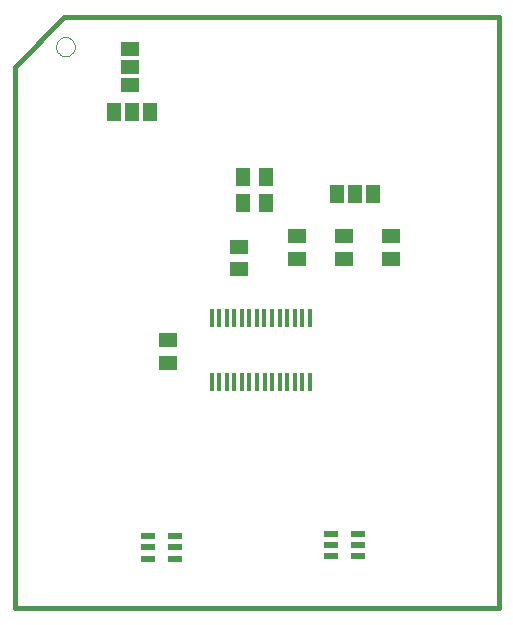
<source format=gbp>
G75*
%MOIN*%
%OFA0B0*%
%FSLAX24Y24*%
%IPPOS*%
%LPD*%
%AMOC8*
5,1,8,0,0,1.08239X$1,22.5*
%
%ADD10C,0.0160*%
%ADD11C,0.0000*%
%ADD12R,0.0138X0.0591*%
%ADD13R,0.0591X0.0512*%
%ADD14R,0.0512X0.0591*%
%ADD15R,0.0460X0.0630*%
%ADD16R,0.0630X0.0460*%
%ADD17R,0.0472X0.0236*%
D10*
X002254Y004003D02*
X018396Y004003D01*
X018396Y023688D01*
X003907Y023688D01*
X002254Y022034D01*
X002254Y004003D01*
D11*
X003632Y022704D02*
X003634Y022739D01*
X003640Y022774D01*
X003650Y022808D01*
X003663Y022841D01*
X003680Y022872D01*
X003701Y022900D01*
X003724Y022927D01*
X003751Y022950D01*
X003779Y022971D01*
X003810Y022988D01*
X003843Y023001D01*
X003877Y023011D01*
X003912Y023017D01*
X003947Y023019D01*
X003982Y023017D01*
X004017Y023011D01*
X004051Y023001D01*
X004084Y022988D01*
X004115Y022971D01*
X004143Y022950D01*
X004170Y022927D01*
X004193Y022900D01*
X004214Y022872D01*
X004231Y022841D01*
X004244Y022808D01*
X004254Y022774D01*
X004260Y022739D01*
X004262Y022704D01*
X004260Y022669D01*
X004254Y022634D01*
X004244Y022600D01*
X004231Y022567D01*
X004214Y022536D01*
X004193Y022508D01*
X004170Y022481D01*
X004143Y022458D01*
X004115Y022437D01*
X004084Y022420D01*
X004051Y022407D01*
X004017Y022397D01*
X003982Y022391D01*
X003947Y022389D01*
X003912Y022391D01*
X003877Y022397D01*
X003843Y022407D01*
X003810Y022420D01*
X003779Y022437D01*
X003751Y022458D01*
X003724Y022481D01*
X003701Y022508D01*
X003680Y022536D01*
X003663Y022567D01*
X003650Y022600D01*
X003640Y022634D01*
X003634Y022669D01*
X003632Y022704D01*
D12*
X008820Y013650D03*
X009072Y013650D03*
X009324Y013650D03*
X009576Y013650D03*
X009828Y013650D03*
X010080Y013650D03*
X010332Y013650D03*
X010576Y013650D03*
X010836Y013650D03*
X011088Y013650D03*
X011340Y013650D03*
X011592Y013650D03*
X011844Y013650D03*
X012096Y013650D03*
X012096Y011524D03*
X011844Y011524D03*
X011592Y011524D03*
X011340Y011524D03*
X011088Y011524D03*
X010836Y011524D03*
X010584Y011524D03*
X010332Y011524D03*
X010080Y011524D03*
X009828Y011524D03*
X009576Y011524D03*
X009324Y011524D03*
X009072Y011524D03*
X008820Y011524D03*
D13*
X007372Y012172D03*
X007372Y012920D03*
X009734Y015282D03*
X009734Y016031D03*
X011663Y016385D03*
X011663Y015637D03*
X013238Y015637D03*
X013238Y016385D03*
X014813Y016385D03*
X014813Y015637D03*
D14*
X010620Y017507D03*
X010620Y018373D03*
X009872Y018373D03*
X009872Y017507D03*
D15*
X006751Y020538D03*
X006151Y020538D03*
X005551Y020538D03*
X012992Y017782D03*
X013592Y017782D03*
X014192Y017782D03*
D16*
X006112Y021434D03*
X006112Y022034D03*
X006112Y022634D03*
D17*
X006703Y006385D03*
X006703Y006011D03*
X006703Y005637D03*
X007608Y005637D03*
X007608Y006011D03*
X007608Y006385D03*
X012805Y006464D03*
X012805Y006090D03*
X012805Y005716D03*
X013710Y005716D03*
X013710Y006090D03*
X013710Y006464D03*
M02*

</source>
